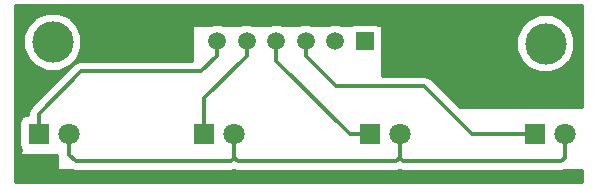
<source format=gbr>
G04 #@! TF.FileFunction,Copper,L1,Top,Signal*
%FSLAX46Y46*%
G04 Gerber Fmt 4.6, Leading zero omitted, Abs format (unit mm)*
G04 Created by KiCad (PCBNEW 4.0.7) date 01/24/18 00:47:36*
%MOMM*%
%LPD*%
G01*
G04 APERTURE LIST*
%ADD10C,0.100000*%
%ADD11R,1.800000X1.800000*%
%ADD12C,1.800000*%
%ADD13R,1.500000X1.500000*%
%ADD14C,1.500000*%
%ADD15C,3.500000*%
%ADD16C,0.300000*%
G04 APERTURE END LIST*
D10*
D11*
X109460000Y-112000000D03*
D12*
X112000000Y-112000000D03*
D11*
X123460000Y-112000000D03*
D12*
X126000000Y-112000000D03*
D11*
X137460000Y-112000000D03*
D12*
X140000000Y-112000000D03*
D11*
X151460000Y-112000000D03*
D12*
X154000000Y-112000000D03*
D13*
X137040000Y-104140000D03*
D14*
X134540000Y-104140000D03*
X132040000Y-104140000D03*
X129540000Y-104140000D03*
X127040000Y-104140000D03*
X124540000Y-104140000D03*
D15*
X152346043Y-104341753D03*
X110629586Y-104208125D03*
D16*
X109460000Y-112000000D02*
X109460000Y-110250000D01*
X109460000Y-110250000D02*
X113030000Y-106680000D01*
X113030000Y-106680000D02*
X123190000Y-106680000D01*
X123190000Y-106680000D02*
X124540000Y-105330000D01*
X124540000Y-105330000D02*
X124540000Y-104126502D01*
X124540000Y-104126502D02*
X124568536Y-104097966D01*
X112000000Y-112000000D02*
X112000000Y-113722866D01*
X112000000Y-113722866D02*
X112577134Y-114300000D01*
X112577134Y-114300000D02*
X125730000Y-114300000D01*
X125730000Y-114300000D02*
X126000000Y-114030000D01*
X153670000Y-114300000D02*
X154000000Y-113970000D01*
X154000000Y-113970000D02*
X154000000Y-112000000D01*
X140300000Y-114300000D02*
X153670000Y-114300000D01*
X140000000Y-114000000D02*
X140300000Y-114300000D01*
X126000000Y-114030000D02*
X126270000Y-114300000D01*
X126270000Y-114300000D02*
X139700000Y-114300000D01*
X139700000Y-114300000D02*
X140000000Y-114000000D01*
X140000000Y-114000000D02*
X140000000Y-112000000D01*
X126000000Y-114030000D02*
X126000000Y-112000000D01*
X123460000Y-112000000D02*
X123460000Y-108950000D01*
X123460000Y-108950000D02*
X127040000Y-105370000D01*
X127040000Y-105370000D02*
X127040000Y-104262251D01*
X127040000Y-104262251D02*
X127081374Y-104220877D01*
X137460000Y-112000000D02*
X135759318Y-112000000D01*
X135759318Y-112000000D02*
X129540000Y-105780682D01*
X129540000Y-105780682D02*
X129540000Y-104207636D01*
X129540000Y-104207636D02*
X129498614Y-104166250D01*
X151460000Y-112000000D02*
X146115374Y-112000000D01*
X146115374Y-112000000D02*
X142065374Y-107950000D01*
X142065374Y-107950000D02*
X134620000Y-107950000D01*
X134620000Y-107950000D02*
X132040000Y-105370000D01*
X132040000Y-105370000D02*
X132040000Y-104222112D01*
X132040000Y-104222112D02*
X132038765Y-104220877D01*
G36*
X155385000Y-109705000D02*
X145093166Y-109705000D01*
X142701770Y-107313604D01*
X142409789Y-107118508D01*
X142065374Y-107050000D01*
X138580000Y-107050000D01*
X138580000Y-104836852D01*
X149845610Y-104836852D01*
X150225410Y-105756039D01*
X150928058Y-106459914D01*
X151846581Y-106841318D01*
X152841142Y-106842186D01*
X153760329Y-106462386D01*
X154464204Y-105759738D01*
X154845608Y-104841215D01*
X154846476Y-103846654D01*
X154466676Y-102927467D01*
X153764028Y-102223592D01*
X152845505Y-101842188D01*
X151850944Y-101841320D01*
X150931757Y-102221120D01*
X150227882Y-102923768D01*
X149846478Y-103842291D01*
X149845610Y-104836852D01*
X138580000Y-104836852D01*
X138580000Y-102870000D01*
X138569742Y-102815481D01*
X138537521Y-102765409D01*
X138488358Y-102731818D01*
X138430000Y-102720000D01*
X138137921Y-102720000D01*
X138087508Y-102685554D01*
X137790000Y-102625307D01*
X136290000Y-102625307D01*
X136012067Y-102677604D01*
X135946182Y-102720000D01*
X135031710Y-102720000D01*
X134839677Y-102640261D01*
X134242941Y-102639740D01*
X134048697Y-102720000D01*
X132531710Y-102720000D01*
X132339677Y-102640261D01*
X131742941Y-102639740D01*
X131548697Y-102720000D01*
X130031710Y-102720000D01*
X129839677Y-102640261D01*
X129242941Y-102639740D01*
X129048697Y-102720000D01*
X127531710Y-102720000D01*
X127339677Y-102640261D01*
X126742941Y-102639740D01*
X126548697Y-102720000D01*
X125031710Y-102720000D01*
X124839677Y-102640261D01*
X124242941Y-102639740D01*
X124048697Y-102720000D01*
X122555000Y-102720000D01*
X122500481Y-102730258D01*
X122450409Y-102762479D01*
X122416818Y-102811642D01*
X122405000Y-102870000D01*
X122405000Y-105780000D01*
X113030000Y-105780000D01*
X112685584Y-105848508D01*
X112393604Y-106043604D01*
X108823604Y-109613604D01*
X108628508Y-109905585D01*
X108560000Y-110250000D01*
X108560000Y-110335307D01*
X108282067Y-110387604D01*
X108026802Y-110551862D01*
X107855554Y-110802492D01*
X107795307Y-111100000D01*
X107795307Y-112900000D01*
X107847604Y-113177933D01*
X107961299Y-113354621D01*
X107821376Y-113587826D01*
X107800057Y-113660856D01*
X107810258Y-113719519D01*
X107842479Y-113769591D01*
X107891642Y-113803182D01*
X107950000Y-113815000D01*
X110975000Y-113815000D01*
X110975000Y-114935000D01*
X110985258Y-114989519D01*
X111017479Y-115039591D01*
X111066642Y-115073182D01*
X111125000Y-115085000D01*
X112163139Y-115085000D01*
X112232719Y-115131492D01*
X112577134Y-115200000D01*
X125730000Y-115200000D01*
X126000000Y-115146294D01*
X126270000Y-115200000D01*
X139700000Y-115200000D01*
X140000000Y-115140327D01*
X140300000Y-115200000D01*
X153670000Y-115200000D01*
X154014415Y-115131492D01*
X154083995Y-115085000D01*
X155385000Y-115085000D01*
X155385000Y-116015000D01*
X107505000Y-116015000D01*
X107505000Y-104703224D01*
X108129153Y-104703224D01*
X108508953Y-105622411D01*
X109211601Y-106326286D01*
X110130124Y-106707690D01*
X111124685Y-106708558D01*
X112043872Y-106328758D01*
X112747747Y-105626110D01*
X113129151Y-104707587D01*
X113130019Y-103713026D01*
X112750219Y-102793839D01*
X112047571Y-102089964D01*
X111129048Y-101708560D01*
X110134487Y-101707692D01*
X109215300Y-102087492D01*
X108511425Y-102790140D01*
X108130021Y-103708663D01*
X108129153Y-104703224D01*
X107505000Y-104703224D01*
X107505000Y-101155000D01*
X155385000Y-101155000D01*
X155385000Y-109705000D01*
X155385000Y-109705000D01*
G37*
X155385000Y-109705000D02*
X145093166Y-109705000D01*
X142701770Y-107313604D01*
X142409789Y-107118508D01*
X142065374Y-107050000D01*
X138580000Y-107050000D01*
X138580000Y-104836852D01*
X149845610Y-104836852D01*
X150225410Y-105756039D01*
X150928058Y-106459914D01*
X151846581Y-106841318D01*
X152841142Y-106842186D01*
X153760329Y-106462386D01*
X154464204Y-105759738D01*
X154845608Y-104841215D01*
X154846476Y-103846654D01*
X154466676Y-102927467D01*
X153764028Y-102223592D01*
X152845505Y-101842188D01*
X151850944Y-101841320D01*
X150931757Y-102221120D01*
X150227882Y-102923768D01*
X149846478Y-103842291D01*
X149845610Y-104836852D01*
X138580000Y-104836852D01*
X138580000Y-102870000D01*
X138569742Y-102815481D01*
X138537521Y-102765409D01*
X138488358Y-102731818D01*
X138430000Y-102720000D01*
X138137921Y-102720000D01*
X138087508Y-102685554D01*
X137790000Y-102625307D01*
X136290000Y-102625307D01*
X136012067Y-102677604D01*
X135946182Y-102720000D01*
X135031710Y-102720000D01*
X134839677Y-102640261D01*
X134242941Y-102639740D01*
X134048697Y-102720000D01*
X132531710Y-102720000D01*
X132339677Y-102640261D01*
X131742941Y-102639740D01*
X131548697Y-102720000D01*
X130031710Y-102720000D01*
X129839677Y-102640261D01*
X129242941Y-102639740D01*
X129048697Y-102720000D01*
X127531710Y-102720000D01*
X127339677Y-102640261D01*
X126742941Y-102639740D01*
X126548697Y-102720000D01*
X125031710Y-102720000D01*
X124839677Y-102640261D01*
X124242941Y-102639740D01*
X124048697Y-102720000D01*
X122555000Y-102720000D01*
X122500481Y-102730258D01*
X122450409Y-102762479D01*
X122416818Y-102811642D01*
X122405000Y-102870000D01*
X122405000Y-105780000D01*
X113030000Y-105780000D01*
X112685584Y-105848508D01*
X112393604Y-106043604D01*
X108823604Y-109613604D01*
X108628508Y-109905585D01*
X108560000Y-110250000D01*
X108560000Y-110335307D01*
X108282067Y-110387604D01*
X108026802Y-110551862D01*
X107855554Y-110802492D01*
X107795307Y-111100000D01*
X107795307Y-112900000D01*
X107847604Y-113177933D01*
X107961299Y-113354621D01*
X107821376Y-113587826D01*
X107800057Y-113660856D01*
X107810258Y-113719519D01*
X107842479Y-113769591D01*
X107891642Y-113803182D01*
X107950000Y-113815000D01*
X110975000Y-113815000D01*
X110975000Y-114935000D01*
X110985258Y-114989519D01*
X111017479Y-115039591D01*
X111066642Y-115073182D01*
X111125000Y-115085000D01*
X112163139Y-115085000D01*
X112232719Y-115131492D01*
X112577134Y-115200000D01*
X125730000Y-115200000D01*
X126000000Y-115146294D01*
X126270000Y-115200000D01*
X139700000Y-115200000D01*
X140000000Y-115140327D01*
X140300000Y-115200000D01*
X153670000Y-115200000D01*
X154014415Y-115131492D01*
X154083995Y-115085000D01*
X155385000Y-115085000D01*
X155385000Y-116015000D01*
X107505000Y-116015000D01*
X107505000Y-104703224D01*
X108129153Y-104703224D01*
X108508953Y-105622411D01*
X109211601Y-106326286D01*
X110130124Y-106707690D01*
X111124685Y-106708558D01*
X112043872Y-106328758D01*
X112747747Y-105626110D01*
X113129151Y-104707587D01*
X113130019Y-103713026D01*
X112750219Y-102793839D01*
X112047571Y-102089964D01*
X111129048Y-101708560D01*
X110134487Y-101707692D01*
X109215300Y-102087492D01*
X108511425Y-102790140D01*
X108130021Y-103708663D01*
X108129153Y-104703224D01*
X107505000Y-104703224D01*
X107505000Y-101155000D01*
X155385000Y-101155000D01*
X155385000Y-109705000D01*
M02*

</source>
